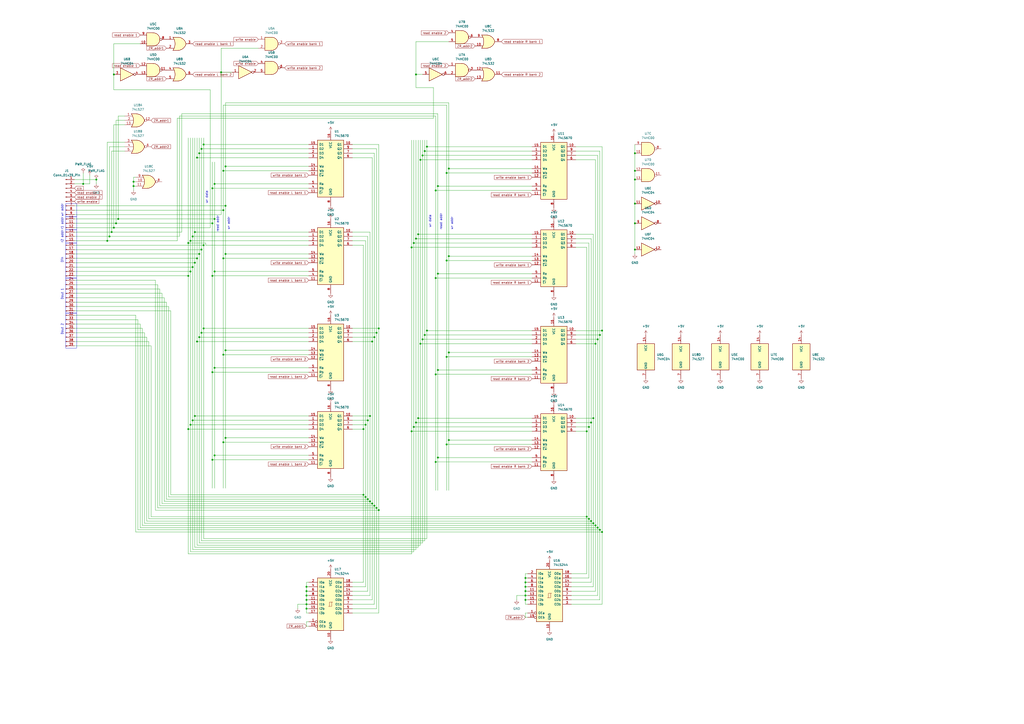
<source format=kicad_sch>
(kicad_sch (version 20230121) (generator eeschema)
  (paper "A2")
  (junction (at 342.9 245.11))
  (junction (at 345.44 304.8))
  (junction (at 113.03 241.3))
  (junction (at 215.9 198.12))
  (junction (at 177.8 350.52))
  (junction (at 129.54 99.06))
  (junction (at 110.49 246.38))
  (junction (at 346.71 306.07))
  (junction (at 238.76 250.19))
  (junction (at 342.9 302.26))
  (junction (at 368.3 118.11))
  (junction (at 68.58 127))
  (junction (at 252.73 110.49))
  (junction (at 260.35 204.47))
  (junction (at 241.3 245.11))
  (junction (at 129.54 149.86))
  (junction (at 123.19 215.9))
  (junction (at 252.73 217.17))
  (junction (at 177.8 345.44))
  (junction (at 212.09 288.29))
  (junction (at 116.84 193.04))
  (junction (at 123.19 160.02))
  (junction (at 64.77 134.62))
  (junction (at 212.09 246.38))
  (junction (at 123.19 109.22))
  (junction (at 115.57 195.58))
  (junction (at 252.73 267.97))
  (junction (at 218.44 193.04))
  (junction (at 124.46 106.68))
  (junction (at 210.82 287.02))
  (junction (at 66.04 43.18))
  (junction (at 48.26 106.68))
  (junction (at 340.36 250.19))
  (junction (at 114.3 91.44))
  (junction (at 259.08 257.81))
  (junction (at 111.76 243.84))
  (junction (at 219.71 190.5))
  (junction (at 304.8 345.44))
  (junction (at 247.65 191.77))
  (junction (at 113.03 152.4))
  (junction (at 110.49 157.48))
  (junction (at 304.8 342.9))
  (junction (at 62.23 139.7))
  (junction (at 67.31 129.54))
  (junction (at 254 158.75))
  (junction (at 246.38 194.31))
  (junction (at 115.57 147.32))
  (junction (at 113.03 134.62))
  (junction (at 245.11 196.85))
  (junction (at 55.88 104.14))
  (junction (at 109.22 248.92))
  (junction (at 243.84 92.71))
  (junction (at 116.84 86.36))
  (junction (at 304.8 340.36))
  (junction (at 123.19 129.54))
  (junction (at 77.47 105.41))
  (junction (at 344.17 303.53))
  (junction (at 344.17 242.57))
  (junction (at 109.22 140.97))
  (junction (at 347.98 307.34))
  (junction (at 254 265.43))
  (junction (at 254 214.63))
  (junction (at 368.3 99.06))
  (junction (at 241.3 43.18))
  (junction (at 213.36 243.84))
  (junction (at 304.8 335.28))
  (junction (at 210.82 248.92))
  (junction (at 243.84 199.39))
  (junction (at 247.65 85.09))
  (junction (at 111.76 137.16))
  (junction (at 177.8 342.9))
  (junction (at 368.3 129.54))
  (junction (at 345.44 199.39))
  (junction (at 217.17 293.37))
  (junction (at 341.63 247.65))
  (junction (at 129.54 256.54))
  (junction (at 118.11 83.82))
  (junction (at 241.3 138.43))
  (junction (at 214.63 290.83))
  (junction (at 260.35 97.79))
  (junction (at 115.57 88.9))
  (junction (at 124.46 264.16))
  (junction (at 130.81 203.2))
  (junction (at 118.11 142.24))
  (junction (at 245.11 90.17))
  (junction (at 242.57 135.89))
  (junction (at 77.47 107.95))
  (junction (at 246.38 87.63))
  (junction (at 130.81 254))
  (junction (at 252.73 161.29))
  (junction (at 130.81 147.32))
  (junction (at 240.03 140.97))
  (junction (at 215.9 292.1))
  (junction (at 129.54 205.74))
  (junction (at 240.03 247.65))
  (junction (at 110.49 139.7))
  (junction (at 304.8 347.98))
  (junction (at 349.25 191.77))
  (junction (at 341.63 300.99))
  (junction (at 124.46 213.36))
  (junction (at 123.19 266.7))
  (junction (at 260.35 255.27))
  (junction (at 304.8 337.82))
  (junction (at 368.3 88.9))
  (junction (at 349.25 308.61))
  (junction (at 346.71 196.85))
  (junction (at 340.36 299.72))
  (junction (at 128.27 41.91))
  (junction (at 254 107.95))
  (junction (at 130.81 119.38))
  (junction (at 177.8 353.06))
  (junction (at 217.17 195.58))
  (junction (at 368.3 144.78))
  (junction (at 242.57 242.57))
  (junction (at 218.44 294.64))
  (junction (at 347.98 194.31))
  (junction (at 111.76 154.94))
  (junction (at 219.71 295.91))
  (junction (at 259.08 151.13))
  (junction (at 124.46 157.48))
  (junction (at 259.08 100.33))
  (junction (at 259.08 207.01))
  (junction (at 63.5 137.16))
  (junction (at 66.04 132.08))
  (junction (at 238.76 143.51))
  (junction (at 109.22 160.02))
  (junction (at 118.11 190.5))
  (junction (at 116.84 144.78))
  (junction (at 213.36 289.56))
  (junction (at 129.54 121.92))
  (junction (at 124.46 127))
  (junction (at 177.8 340.36))
  (junction (at 177.8 347.98))
  (junction (at 114.3 149.86))
  (junction (at 130.81 96.52))
  (junction (at 368.3 104.14))
  (junction (at 214.63 241.3))
  (junction (at 260.35 148.59))
  (junction (at 114.3 198.12))
  (wire (pts (xy 368.3 129.54) (xy 368.3 144.78)))
  (wire (pts (xy 251.46 68.58) (xy 251.46 50.8)))
  (wire (pts (xy 43.18 195.58) (xy 85.09 195.58)))
  (wire (pts (xy 43.18 172.72) (xy 95.25 172.72)))
  (wire (pts (xy 114.3 80.01) (xy 114.3 91.44)))
  (wire (pts (xy 77.47 110.49) (xy 77.47 107.95)))
  (wire (pts (xy 217.17 88.9) (xy 217.17 195.58)))
  (wire (pts (xy 304.8 345.44) (xy 306.07 345.44)))
  (wire (pts (xy 43.18 142.24) (xy 118.11 142.24)))
  (wire (pts (xy 204.47 243.84) (xy 213.36 243.84)))
  (wire (pts (xy 87.63 200.66) (xy 43.18 200.66)))
  (wire (pts (xy 177.8 360.68) (xy 177.8 363.22)))
  (wire (pts (xy 368.3 104.14) (xy 368.3 118.11)))
  (wire (pts (xy 67.31 129.54) (xy 67.31 69.85)))
  (wire (pts (xy 243.84 199.39) (xy 243.84 316.23)))
  (wire (pts (xy 179.07 360.68) (xy 177.8 360.68)))
  (wire (pts (xy 77.47 107.95) (xy 78.74 107.95)))
  (wire (pts (xy 219.71 295.91) (xy 219.71 355.6)))
  (wire (pts (xy 331.47 345.44) (xy 346.71 345.44)))
  (wire (pts (xy 204.47 139.7) (xy 212.09 139.7)))
  (wire (pts (xy 334.01 196.85) (xy 346.71 196.85)))
  (wire (pts (xy 115.57 195.58) (xy 179.07 195.58)))
  (wire (pts (xy 340.36 299.72) (xy 87.63 299.72)))
  (wire (pts (xy 251.46 50.8) (xy 241.3 50.8)))
  (wire (pts (xy 304.8 350.52) (xy 304.8 347.98)))
  (wire (pts (xy 204.47 190.5) (xy 219.71 190.5)))
  (wire (pts (xy 247.65 85.09) (xy 247.65 191.77)))
  (wire (pts (xy 241.3 138.43) (xy 241.3 245.11)))
  (wire (pts (xy 118.11 142.24) (xy 118.11 190.5)))
  (wire (pts (xy 242.57 135.89) (xy 242.57 242.57)))
  (wire (pts (xy 43.18 185.42) (xy 80.01 185.42)))
  (wire (pts (xy 252.73 217.17) (xy 252.73 267.97)))
  (wire (pts (xy 124.46 264.16) (xy 179.07 264.16)))
  (wire (pts (xy 130.81 254) (xy 130.81 283.21)))
  (wire (pts (xy 304.8 342.9) (xy 304.8 340.36)))
  (wire (pts (xy 62.23 82.55) (xy 72.39 82.55)))
  (wire (pts (xy 109.22 248.92) (xy 179.07 248.92)))
  (wire (pts (xy 334.01 90.17) (xy 346.71 90.17)))
  (wire (pts (xy 304.8 335.28) (xy 304.8 332.74)))
  (wire (pts (xy 111.76 154.94) (xy 111.76 243.84)))
  (wire (pts (xy 80.01 185.42) (xy 80.01 307.34)))
  (wire (pts (xy 115.57 314.96) (xy 245.11 314.96)))
  (wire (pts (xy 241.3 24.13) (xy 260.35 24.13)))
  (wire (pts (xy 92.71 167.64) (xy 92.71 293.37)))
  (wire (pts (xy 111.76 243.84) (xy 179.07 243.84)))
  (wire (pts (xy 123.19 266.7) (xy 123.19 283.21)))
  (wire (pts (xy 260.35 148.59) (xy 308.61 148.59)))
  (wire (pts (xy 259.08 257.81) (xy 259.08 284.48)))
  (wire (pts (xy 177.8 345.44) (xy 177.8 342.9)))
  (wire (pts (xy 260.35 204.47) (xy 260.35 255.27)))
  (wire (pts (xy 85.09 195.58) (xy 85.09 302.26)))
  (wire (pts (xy 368.3 83.82) (xy 368.3 88.9)))
  (wire (pts (xy 77.47 105.41) (xy 77.47 102.87)))
  (wire (pts (xy 43.18 106.68) (xy 48.26 106.68)))
  (wire (pts (xy 118.11 190.5) (xy 118.11 312.42)))
  (wire (pts (xy 251.46 68.58) (xy 102.87 68.58)))
  (wire (pts (xy 218.44 86.36) (xy 218.44 193.04)))
  (wire (pts (xy 304.8 342.9) (xy 306.07 342.9)))
  (wire (pts (xy 179.07 106.68) (xy 124.46 106.68)))
  (wire (pts (xy 43.18 177.8) (xy 97.79 177.8)))
  (wire (pts (xy 331.47 337.82) (xy 342.9 337.82)))
  (wire (pts (xy 66.04 52.07) (xy 121.92 52.07)))
  (wire (pts (xy 349.25 85.09) (xy 349.25 191.77)))
  (wire (pts (xy 66.04 52.07) (xy 66.04 43.18)))
  (wire (pts (xy 78.74 308.61) (xy 349.25 308.61)))
  (wire (pts (xy 368.3 88.9) (xy 368.3 99.06)))
  (wire (pts (xy 304.8 355.6) (xy 304.8 358.14)))
  (wire (pts (xy 308.61 194.31) (xy 246.38 194.31)))
  (wire (pts (xy 304.8 358.14) (xy 306.07 358.14)))
  (wire (pts (xy 104.14 137.16) (xy 104.14 67.31)))
  (wire (pts (xy 179.07 99.06) (xy 129.54 99.06)))
  (wire (pts (xy 68.58 67.31) (xy 72.39 67.31)))
  (wire (pts (xy 77.47 105.41) (xy 78.74 105.41)))
  (wire (pts (xy 308.61 196.85) (xy 245.11 196.85)))
  (wire (pts (xy 308.61 151.13) (xy 259.08 151.13)))
  (wire (pts (xy 204.47 86.36) (xy 218.44 86.36)))
  (wire (pts (xy 341.63 247.65) (xy 341.63 300.99)))
  (wire (pts (xy 219.71 83.82) (xy 219.71 190.5)))
  (wire (pts (xy 204.47 350.52) (xy 217.17 350.52)))
  (wire (pts (xy 102.87 139.7) (xy 62.23 139.7)))
  (wire (pts (xy 219.71 295.91) (xy 90.17 295.91)))
  (wire (pts (xy 43.18 182.88) (xy 78.74 182.88)))
  (wire (pts (xy 177.8 342.9) (xy 179.07 342.9)))
  (wire (pts (xy 110.49 139.7) (xy 110.49 157.48)))
  (wire (pts (xy 179.07 193.04) (xy 116.84 193.04)))
  (wire (pts (xy 113.03 134.62) (xy 113.03 152.4)))
  (wire (pts (xy 93.98 170.18) (xy 93.98 292.1)))
  (wire (pts (xy 342.9 302.26) (xy 342.9 337.82)))
  (wire (pts (xy 368.3 118.11) (xy 368.3 129.54)))
  (wire (pts (xy 81.28 187.96) (xy 81.28 306.07)))
  (wire (pts (xy 43.18 175.26) (xy 96.52 175.26)))
  (wire (pts (xy 241.3 318.77) (xy 111.76 318.77)))
  (wire (pts (xy 304.8 340.36) (xy 306.07 340.36)))
  (wire (pts (xy 204.47 241.3) (xy 214.63 241.3)))
  (wire (pts (xy 306.07 350.52) (xy 304.8 350.52)))
  (wire (pts (xy 77.47 102.87) (xy 78.74 102.87)))
  (wire (pts (xy 130.81 59.69) (xy 260.35 59.69)))
  (wire (pts (xy 204.47 340.36) (xy 212.09 340.36)))
  (wire (pts (xy 110.49 139.7) (xy 179.07 139.7)))
  (wire (pts (xy 340.36 299.72) (xy 340.36 332.74)))
  (wire (pts (xy 78.74 182.88) (xy 78.74 308.61)))
  (wire (pts (xy 308.61 214.63) (xy 254 214.63)))
  (wire (pts (xy 52.07 101.6) (xy 52.07 106.68)))
  (wire (pts (xy 260.35 59.69) (xy 260.35 97.79)))
  (wire (pts (xy 113.03 241.3) (xy 179.07 241.3)))
  (wire (pts (xy 241.3 43.18) (xy 241.3 24.13)))
  (wire (pts (xy 66.04 72.39) (xy 72.39 72.39)))
  (wire (pts (xy 124.46 213.36) (xy 179.07 213.36)))
  (wire (pts (xy 116.84 86.36) (xy 179.07 86.36)))
  (wire (pts (xy 259.08 60.96) (xy 259.08 100.33)))
  (wire (pts (xy 345.44 304.8) (xy 82.55 304.8)))
  (wire (pts (xy 243.84 81.28) (xy 243.84 92.71)))
  (wire (pts (xy 123.19 215.9) (xy 123.19 266.7)))
  (wire (pts (xy 105.41 66.04) (xy 254 66.04)))
  (wire (pts (xy 119.38 142.24) (xy 119.38 140.97)))
  (wire (pts (xy 252.73 67.31) (xy 252.73 110.49)))
  (wire (pts (xy 128.27 27.94) (xy 149.86 27.94)))
  (wire (pts (xy 304.8 332.74) (xy 306.07 332.74)))
  (wire (pts (xy 129.54 149.86) (xy 129.54 205.74)))
  (wire (pts (xy 63.5 85.09) (xy 72.39 85.09)))
  (wire (pts (xy 179.07 149.86) (xy 129.54 149.86)))
  (wire (pts (xy 63.5 137.16) (xy 63.5 85.09)))
  (wire (pts (xy 260.35 97.79) (xy 308.61 97.79)))
  (wire (pts (xy 245.11 196.85) (xy 245.11 314.96)))
  (wire (pts (xy 129.54 99.06) (xy 129.54 121.92)))
  (wire (pts (xy 43.18 132.08) (xy 66.04 132.08)))
  (wire (pts (xy 105.41 134.62) (xy 105.41 66.04)))
  (wire (pts (xy 43.18 152.4) (xy 113.03 152.4)))
  (wire (pts (xy 331.47 350.52) (xy 349.25 350.52)))
  (wire (pts (xy 254 265.43) (xy 254 284.48)))
  (wire (pts (xy 43.18 119.38) (xy 130.81 119.38)))
  (wire (pts (xy 123.19 93.98) (xy 123.19 109.22)))
  (wire (pts (xy 245.11 90.17) (xy 245.11 196.85)))
  (wire (pts (xy 177.8 363.22) (xy 179.07 363.22)))
  (wire (pts (xy 177.8 337.82) (xy 179.07 337.82)))
  (wire (pts (xy 43.18 190.5) (xy 82.55 190.5)))
  (wire (pts (xy 308.61 265.43) (xy 254 265.43)))
  (wire (pts (xy 334.01 194.31) (xy 347.98 194.31)))
  (wire (pts (xy 124.46 264.16) (xy 124.46 283.21)))
  (wire (pts (xy 210.82 248.92) (xy 210.82 287.02)))
  (wire (pts (xy 346.71 90.17) (xy 346.71 196.85)))
  (wire (pts (xy 128.27 41.91) (xy 134.62 41.91)))
  (wire (pts (xy 179.07 160.02) (xy 123.19 160.02)))
  (wire (pts (xy 130.81 59.69) (xy 130.81 96.52)))
  (wire (pts (xy 123.19 109.22) (xy 123.19 129.54)))
  (wire (pts (xy 68.58 127) (xy 124.46 127)))
  (wire (pts (xy 331.47 332.74) (xy 340.36 332.74)))
  (wire (pts (xy 43.18 198.12) (xy 86.36 198.12)))
  (wire (pts (xy 177.8 340.36) (xy 177.8 337.82)))
  (wire (pts (xy 204.47 195.58) (xy 217.17 195.58)))
  (wire (pts (xy 213.36 289.56) (xy 213.36 342.9)))
  (wire (pts (xy 217.17 195.58) (xy 217.17 293.37)))
  (wire (pts (xy 218.44 353.06) (xy 204.47 353.06)))
  (wire (pts (xy 118.11 190.5) (xy 179.07 190.5)))
  (wire (pts (xy 240.03 247.65) (xy 240.03 320.04)))
  (wire (pts (xy 43.18 104.14) (xy 55.88 104.14)))
  (wire (pts (xy 118.11 312.42) (xy 247.65 312.42)))
  (wire (pts (xy 179.07 157.48) (xy 124.46 157.48)))
  (wire (pts (xy 111.76 137.16) (xy 111.76 154.94)))
  (wire (pts (xy 109.22 80.01) (xy 109.22 140.97)))
  (wire (pts (xy 204.47 134.62) (xy 214.63 134.62)))
  (wire (pts (xy 342.9 245.11) (xy 342.9 302.26)))
  (wire (pts (xy 341.63 300.99) (xy 341.63 335.28)))
  (wire (pts (xy 238.76 143.51) (xy 238.76 250.19)))
  (wire (pts (xy 334.01 143.51) (xy 340.36 143.51)))
  (wire (pts (xy 93.98 292.1) (xy 215.9 292.1)))
  (wire (pts (xy 345.44 199.39) (xy 345.44 304.8)))
  (wire (pts (xy 87.63 299.72) (xy 87.63 200.66)))
  (wire (pts (xy 259.08 151.13) (xy 259.08 207.01)))
  (wire (pts (xy 129.54 60.96) (xy 259.08 60.96)))
  (wire (pts (xy 96.52 289.56) (xy 96.52 175.26)))
  (wire (pts (xy 115.57 80.01) (xy 115.57 88.9)))
  (wire (pts (xy 242.57 242.57) (xy 308.61 242.57)))
  (wire (pts (xy 334.01 92.71) (xy 345.44 92.71)))
  (wire (pts (xy 240.03 81.28) (xy 240.03 140.97)))
  (wire (pts (xy 115.57 195.58) (xy 115.57 314.96)))
  (wire (pts (xy 90.17 295.91) (xy 90.17 162.56)))
  (wire (pts (xy 48.26 100.33) (xy 48.26 106.68)))
  (wire (pts (xy 304.8 340.36) (xy 304.8 337.82)))
  (wire (pts (xy 308.61 143.51) (xy 238.76 143.51)))
  (wire (pts (xy 114.3 198.12) (xy 179.07 198.12)))
  (wire (pts (xy 349.25 308.61) (xy 349.25 350.52)))
  (wire (pts (xy 130.81 147.32) (xy 130.81 203.2)))
  (wire (pts (xy 247.65 191.77) (xy 247.65 312.42)))
  (wire (pts (xy 308.61 250.19) (xy 238.76 250.19)))
  (wire (pts (xy 114.3 91.44) (xy 114.3 149.86)))
  (wire (pts (xy 246.38 87.63) (xy 246.38 194.31)))
  (wire (pts (xy 66.04 132.08) (xy 66.04 72.39)))
  (wire (pts (xy 204.47 142.24) (xy 210.82 142.24)))
  (wire (pts (xy 129.54 256.54) (xy 179.07 256.54)))
  (wire (pts (xy 214.63 241.3) (xy 214.63 290.83)))
  (wire (pts (xy 308.61 90.17) (xy 245.11 90.17)))
  (wire (pts (xy 114.3 149.86) (xy 43.18 149.86)))
  (wire (pts (xy 218.44 193.04) (xy 218.44 294.64)))
  (wire (pts (xy 204.47 83.82) (xy 219.71 83.82)))
  (wire (pts (xy 179.07 83.82) (xy 118.11 83.82)))
  (wire (pts (xy 110.49 80.01) (xy 110.49 139.7)))
  (wire (pts (xy 115.57 88.9) (xy 115.57 147.32)))
  (wire (pts (xy 368.3 144.78) (xy 368.3 147.32)))
  (wire (pts (xy 43.18 127) (xy 68.58 127)))
  (wire (pts (xy 63.5 137.16) (xy 104.14 137.16)))
  (wire (pts (xy 308.61 110.49) (xy 252.73 110.49)))
  (wire (pts (xy 308.61 207.01) (xy 259.08 207.01)))
  (wire (pts (xy 217.17 293.37) (xy 217.17 350.52)))
  (wire (pts (xy 95.25 172.72) (xy 95.25 290.83)))
  (wire (pts (xy 179.07 355.6) (xy 177.8 355.6)))
  (wire (pts (xy 124.46 93.98) (xy 124.46 106.68)))
  (wire (pts (xy 308.61 247.65) (xy 240.03 247.65)))
  (wire (pts (xy 43.18 170.18) (xy 93.98 170.18)))
  (wire (pts (xy 215.9 347.98) (xy 204.47 347.98)))
  (wire (pts (xy 238.76 250.19) (xy 238.76 321.31)))
  (wire (pts (xy 124.46 157.48) (xy 124.46 213.36)))
  (wire (pts (xy 111.76 243.84) (xy 111.76 318.77)))
  (wire (pts (xy 67.31 129.54) (xy 123.19 129.54)))
  (wire (pts (xy 304.8 347.98) (xy 304.8 345.44)))
  (wire (pts (xy 124.46 213.36) (xy 124.46 264.16)))
  (wire (pts (xy 242.57 81.28) (xy 242.57 135.89)))
  (wire (pts (xy 118.11 83.82) (xy 118.11 142.24)))
  (wire (pts (xy 82.55 190.5) (xy 82.55 304.8)))
  (wire (pts (xy 43.18 121.92) (xy 129.54 121.92)))
  (wire (pts (xy 308.61 107.95) (xy 254 107.95)))
  (wire (pts (xy 304.8 335.28) (xy 306.07 335.28)))
  (wire (pts (xy 43.18 187.96) (xy 81.28 187.96)))
  (wire (pts (xy 124.46 106.68) (xy 124.46 127)))
  (wire (pts (xy 110.49 320.04) (xy 240.03 320.04)))
  (wire (pts (xy 179.07 205.74) (xy 129.54 205.74)))
  (wire (pts (xy 212.09 139.7) (xy 212.09 246.38)))
  (wire (pts (xy 77.47 107.95) (xy 77.47 105.41)))
  (wire (pts (xy 241.3 245.11) (xy 241.3 318.77)))
  (wire (pts (xy 347.98 194.31) (xy 347.98 307.34)))
  (wire (pts (xy 241.3 50.8) (xy 241.3 43.18)))
  (wire (pts (xy 254 158.75) (xy 254 214.63)))
  (wire (pts (xy 215.9 91.44) (xy 215.9 198.12)))
  (wire (pts (xy 308.61 135.89) (xy 242.57 135.89)))
  (wire (pts (xy 113.03 317.5) (xy 242.57 317.5)))
  (wire (pts (xy 43.18 154.94) (xy 111.76 154.94)))
  (wire (pts (xy 308.61 140.97) (xy 240.03 140.97)))
  (wire (pts (xy 129.54 205.74) (xy 129.54 256.54)))
  (wire (pts (xy 113.03 134.62) (xy 179.07 134.62)))
  (wire (pts (xy 242.57 242.57) (xy 242.57 317.5)))
  (wire (pts (xy 179.07 96.52) (xy 130.81 96.52)))
  (wire (pts (xy 213.36 243.84) (xy 213.36 289.56)))
  (wire (pts (xy 308.61 267.97) (xy 252.73 267.97)))
  (wire (pts (xy 210.82 142.24) (xy 210.82 248.92)))
  (wire (pts (xy 213.36 137.16) (xy 213.36 243.84)))
  (wire (pts (xy 43.18 165.1) (xy 91.44 165.1)))
  (wire (pts (xy 102.87 68.58) (xy 102.87 139.7)))
  (wire (pts (xy 129.54 121.92) (xy 129.54 149.86)))
  (wire (pts (xy 308.61 100.33) (xy 259.08 100.33)))
  (wire (pts (xy 43.18 157.48) (xy 110.49 157.48)))
  (wire (pts (xy 43.18 144.78) (xy 116.84 144.78)))
  (wire (pts (xy 213.36 289.56) (xy 96.52 289.56)))
  (wire (pts (xy 213.36 342.9) (xy 204.47 342.9)))
  (wire (pts (xy 204.47 337.82) (xy 210.82 337.82)))
  (wire (pts (xy 308.61 85.09) (xy 247.65 85.09)))
  (wire (pts (xy 346.71 196.85) (xy 346.71 306.07)))
  (wire (pts (xy 113.03 152.4) (xy 113.03 241.3)))
  (wire (pts (xy 119.38 142.24) (xy 179.07 142.24)))
  (wire (pts (xy 92.71 293.37) (xy 217.17 293.37)))
  (wire (pts (xy 43.18 160.02) (xy 109.22 160.02)))
  (wire (pts (xy 344.17 242.57) (xy 344.17 303.53)))
  (wire (pts (xy 334.01 85.09) (xy 349.25 85.09)))
  (wire (pts (xy 304.8 347.98) (xy 306.07 347.98)))
  (wire (pts (xy 124.46 127) (xy 124.46 157.48)))
  (wire (pts (xy 123.19 129.54) (xy 123.19 160.02)))
  (wire (pts (xy 204.47 88.9) (xy 217.17 88.9)))
  (wire (pts (xy 121.92 52.07) (xy 121.92 132.08)))
  (wire (pts (xy 238.76 81.28) (xy 238.76 143.51)))
  (wire (pts (xy 62.23 139.7) (xy 62.23 82.55)))
  (wire (pts (xy 304.8 337.82) (xy 306.07 337.82)))
  (wire (pts (xy 123.19 160.02) (xy 123.19 215.9)))
  (wire (pts (xy 304.8 345.44) (xy 299.72 345.44)))
  (wire (pts (xy 334.01 250.19) (xy 340.36 250.19)))
  (wire (pts (xy 345.44 92.71) (xy 345.44 199.39)))
  (wire (pts (xy 204.47 246.38) (xy 212.09 246.38)))
  (wire (pts (xy 219.71 355.6) (xy 204.47 355.6)))
  (wire (pts (xy 304.8 337.82) (xy 304.8 335.28)))
  (wire (pts (xy 86.36 300.99) (xy 341.63 300.99)))
  (wire (pts (xy 219.71 190.5) (xy 219.71 295.91)))
  (wire (pts (xy 99.06 287.02) (xy 99.06 180.34)))
  (wire (pts (xy 347.98 87.63) (xy 347.98 194.31)))
  (wire (pts (xy 177.8 347.98) (xy 179.07 347.98)))
  (wire (pts (xy 110.49 157.48) (xy 110.49 246.38)))
  (wire (pts (xy 179.07 147.32) (xy 130.81 147.32)))
  (wire (pts (xy 245.11 81.28) (xy 245.11 90.17)))
  (wire (pts (xy 299.72 345.44) (xy 299.72 347.98)))
  (wire (pts (xy 252.73 110.49) (xy 252.73 161.29)))
  (wire (pts (xy 91.44 294.64) (xy 218.44 294.64)))
  (wire (pts (xy 116.84 80.01) (xy 116.84 86.36)))
  (wire (pts (xy 254 107.95) (xy 254 158.75)))
  (wire (pts (xy 67.31 69.85) (xy 72.39 69.85)))
  (wire (pts (xy 55.88 104.14) (xy 55.88 106.68)))
  (wire (pts (xy 83.82 303.53) (xy 344.17 303.53)))
  (wire (pts (xy 334.01 87.63) (xy 347.98 87.63)))
  (wire (pts (xy 113.03 241.3) (xy 113.03 317.5)))
  (wire (pts (xy 308.61 158.75) (xy 254 158.75)))
  (wire (pts (xy 118.11 80.01) (xy 118.11 83.82)))
  (wire (pts (xy 334.01 199.39) (xy 345.44 199.39)))
  (wire (pts (xy 344.17 303.53) (xy 344.17 340.36)))
  (wire (pts (xy 114.3 198.12) (xy 114.3 316.23)))
  (wire (pts (xy 218.44 294.64) (xy 218.44 353.06)))
  (wire (pts (xy 204.47 248.92) (xy 210.82 248.92)))
  (wire (pts (xy 116.84 86.36) (xy 116.84 144.78)))
  (wire (pts (xy 177.8 355.6) (xy 177.8 353.06)))
  (wire (pts (xy 368.3 99.06) (xy 368.3 104.14)))
  (wire (pts (xy 130.81 203.2) (xy 179.07 203.2)))
  (wire (pts (xy 334.01 135.89) (xy 344.17 135.89)))
  (wire (pts (xy 308.61 204.47) (xy 260.35 204.47)))
  (wire (pts (xy 177.8 350.52) (xy 177.8 347.98)))
  (wire (pts (xy 43.18 134.62) (xy 64.77 134.62)))
  (wire (pts (xy 177.8 353.06) (xy 179.07 353.06)))
  (wire (pts (xy 62.23 139.7) (xy 43.18 139.7)))
  (wire (pts (xy 342.9 138.43) (xy 342.9 245.11)))
  (wire (pts (xy 177.8 345.44) (xy 179.07 345.44)))
  (wire (pts (xy 344.17 135.89) (xy 344.17 242.57)))
  (wire (pts (xy 334.01 138.43) (xy 342.9 138.43)))
  (wire (pts (xy 259.08 100.33) (xy 259.08 151.13)))
  (wire (pts (xy 114.3 149.86) (xy 114.3 198.12)))
  (wire (pts (xy 308.61 87.63) (xy 246.38 87.63)))
  (wire (pts (xy 349.25 191.77) (xy 349.25 308.61)))
  (wire (pts (xy 308.61 191.77) (xy 247.65 191.77)))
  (wire (pts (xy 109.22 248.92) (xy 109.22 321.31)))
  (wire (pts (xy 43.18 167.64) (xy 92.71 167.64)))
  (wire (pts (xy 210.82 287.02) (xy 210.82 337.82)))
  (wire (pts (xy 86.36 198.12) (xy 86.36 300.99)))
  (wire (pts (xy 130.81 203.2) (xy 130.81 254)))
  (wire (pts (xy 241.3 43.18) (xy 245.11 43.18)))
  (wire (pts (xy 43.18 147.32) (xy 115.57 147.32)))
  (wire (pts (xy 334.01 247.65) (xy 341.63 247.65)))
  (wire (pts (xy 247.65 81.28) (xy 247.65 85.09)))
  (wire (pts (xy 243.84 316.23) (xy 114.3 316.23)))
  (wire (pts (xy 64.77 134.62) (xy 64.77 87.63)))
  (wire (pts (xy 246.38 194.31) (xy 246.38 313.69)))
  (wire (pts (xy 172.72 350.52) (xy 172.72 353.06)))
  (wire (pts (xy 110.49 246.38) (xy 179.07 246.38)))
  (wire (pts (xy 246.38 81.28) (xy 246.38 87.63)))
  (wire (pts (xy 43.18 137.16) (xy 63.5 137.16)))
  (wire (pts (xy 238.76 321.31) (xy 109.22 321.31)))
  (wire (pts (xy 177.8 353.06) (xy 177.8 350.52)))
  (wire (pts (xy 331.47 347.98) (xy 347.98 347.98)))
  (wire (pts (xy 90.17 162.56) (xy 43.18 162.56)))
  (wire (pts (xy 177.8 350.52) (xy 179.07 350.52)))
  (wire (pts (xy 43.18 193.04) (xy 83.82 193.04)))
  (wire (pts (xy 214.63 345.44) (xy 204.47 345.44)))
  (wire (pts (xy 130.81 254) (xy 179.07 254)))
  (wire (pts (xy 204.47 91.44) (xy 215.9 91.44)))
  (wire (pts (xy 306.07 355.6) (xy 304.8 355.6)))
  (wire (pts (xy 331.47 340.36) (xy 344.17 340.36)))
  (wire (pts (xy 340.36 250.19) (xy 340.36 299.72)))
  (wire (pts (xy 204.47 198.12) (xy 215.9 198.12)))
  (wire (pts (xy 252.73 267.97) (xy 252.73 284.48)))
  (wire (pts (xy 347.98 307.34) (xy 347.98 347.98)))
  (wire (pts (xy 64.77 134.62) (xy 105.41 134.62)))
  (wire (pts (xy 68.58 127) (xy 68.58 67.31)))
  (wire (pts (xy 119.38 140.97) (xy 109.22 140.97)))
  (wire (pts (xy 66.04 43.18) (xy 66.04 25.4)))
  (wire (pts (xy 259.08 207.01) (xy 259.08 257.81)))
  (wire (pts (xy 260.35 97.79) (xy 260.35 148.59)))
  (wire (pts (xy 240.03 140.97) (xy 240.03 247.65)))
  (wire (pts (xy 308.61 138.43) (xy 241.3 138.43)))
  (wire (pts (xy 331.47 335.28) (xy 341.63 335.28)))
  (wire (pts (xy 113.03 80.01) (xy 113.03 134.62)))
  (wire (pts (xy 308.61 161.29) (xy 252.73 161.29)))
  (wire (pts (xy 308.61 257.81) (xy 259.08 257.81)))
  (wire (pts (xy 254 66.04) (xy 254 107.95)))
  (wire (pts (xy 308.61 199.39) (xy 243.84 199.39)))
  (wire (pts (xy 128.27 27.94) (xy 128.27 41.91)))
  (wire (pts (xy 308.61 217.17) (xy 252.73 217.17)))
  (wire (pts (xy 212.09 288.29) (xy 212.09 340.36)))
  (wire (pts (xy 252.73 161.29) (xy 252.73 217.17)))
  (wire (pts (xy 204.47 137.16) (xy 213.36 137.16)))
  (wire (pts (xy 115.57 88.9) (xy 179.07 88.9)))
  (wire (pts (xy 179.07 109.22) (xy 123.19 109.22)))
  (wire (pts (xy 340.36 143.51) (xy 340.36 250.19)))
  (wire (pts (xy 48.26 106.68) (xy 52.07 106.68)))
  (wire (pts (xy 116.84 193.04) (xy 116.84 313.69)))
  (wire (pts (xy 129.54 256.54) (xy 129.54 283.21)))
  (wire (pts (xy 308.61 255.27) (xy 260.35 255.27)))
  (wire (pts (xy 214.63 134.62) (xy 214.63 241.3)))
  (wire (pts (xy 97.79 177.8) (xy 97.79 288.29)))
  (wire (pts (xy 334.01 242.57) (xy 344.17 242.57)))
  (wire (pts (xy 254 214.63) (xy 254 265.43)))
  (wire (pts (xy 334.01 245.11) (xy 342.9 245.11)))
  (wire (pts (xy 66.04 132.08) (xy 121.92 132.08)))
  (wire (pts (xy 345.44 304.8) (xy 345.44 342.9)))
  (wire (pts (xy 81.28 306.07) (xy 346.71 306.07)))
  (wire (pts (xy 212.09 246.38) (xy 212.09 288.29)))
  (wire (pts (xy 110.49 246.38) (xy 110.49 320.04)))
  (wire (pts (xy 308.61 245.11) (xy 241.3 245.11)))
  (wire (pts (xy 104.14 67.31) (xy 252.73 67.31)))
  (wire (pts (xy 260.35 255.27) (xy 260.35 284.48)))
  (wire (pts (xy 341.63 140.97) (xy 341.63 247.65)))
  (wire (pts (xy 177.8 340.36) (xy 179.07 340.36)))
  (wire (pts (xy 342.9 302.26) (xy 85.09 302.26)))
  (wire (pts (xy 109.22 160.02) (xy 109.22 248.92)))
  (wire (pts (xy 129.54 60.96) (xy 129.54 99.06)))
  (wire (pts (xy 130.81 96.52) (xy 130.81 119.38)))
  (wire (pts (xy 43.18 124.46) (xy 128.27 124.46)))
  (wire (pts (xy 334.01 140.97) (xy 341.63 140.97)))
  (wire (pts (xy 66.04 25.4) (xy 81.28 25.4)))
  (wire (pts (xy 204.47 193.04) (xy 218.44 193.04)))
  (wire (pts (xy 241.3 81.28) (xy 241.3 138.43)))
  (wire (pts (xy 99.06 180.34) (xy 43.18 180.34)))
  (wire (pts (xy 177.8 350.52) (xy 172.72 350.52)))
  (wire (pts (xy 215.9 198.12) (xy 215.9 292.1)))
  (wire (pts (xy 210.82 287.02) (xy 99.06 287.02)))
  (wire (pts (xy 243.84 92.71) (xy 243.84 199.39)))
  (wire (pts (xy 91.44 165.1) (xy 91.44 294.64)))
  (wire (pts (xy 177.8 347.98) (xy 177.8 345.44)))
  (wire (pts (xy 80.01 307.34) (xy 347.98 307.34)))
  (wire (pts (xy 83.82 193.04) (xy 83.82 303.53)))
  (wire (pts (xy 177.8 342.9) (xy 177.8 340.36)))
  (wire (pts (xy 43.18 129.54) (xy 67.31 129.54)))
  (wire (pts (xy 111.76 80.01) (xy 111.76 137.16)))
  (wire (pts (xy 64.77 87.63) (xy 72.39 87.63)))
  (wire (pts (xy 123.19 215.9) (xy 179.07 215.9)))
  (wire (pts (xy 130.81 119.38) (xy 130.81 147.32)))
  (wire (pts (xy 123.19 266.7) (xy 179.07 266.7)))
  (wire (pts (xy 346.71 306.07) (xy 346.71 345.44)))
  (wire (pts (xy 109.22 140.97) (xy 109.22 160.02)))
  (wire (pts (xy 215.9 292.1) (xy 215.9 347.98)))
  (wire (pts (xy 115.57 147.32) (xy 115.57 195.58)))
  (wire (pts (xy 128.27 41.91) (xy 128.27 124.46)))
  (wire (pts (xy 260.35 148.59) (xy 260.35 204.47)))
  (wire (pts (xy 179.07 137.16) (xy 111.76 137.16)))
  (wire (pts (xy 334.01 191.77) (xy 349.25 191.77)))
  (wire (pts (xy 97.79 288.29) (xy 212.09 288.29)))
  (wire (pts (xy 308.61 92.71) (xy 243.84 92.71)))
  (wire (pts (xy 246.38 313.69) (xy 116.84 313.69)))
  (wire (pts (xy 95.25 290.83) (xy 214.63 290.83)))
  (wire (pts (xy 179.07 91.44) (xy 114.3 91.44)))
  (wire (pts (xy 214.63 290.83) (xy 214.63 345.44)))
  (wire (pts (xy 116.84 144.78) (xy 116.84 193.04)))
  (wire (pts (xy 331.47 342.9) (xy 345.44 342.9)))
  (wire (pts (xy 304.8 345.44) (xy 304.8 342.9)))
  (rectangle (start 38.1 181.61) (end 44.45 201.93))
  (rectangle (start 38.1 118.11) (end 44.45 125.73))
  (rectangle (start 38.1 133.35) (end 44.45 140.97))
  (rectangle (start 38.1 125.73) (end 44.45 133.35))
  (rectangle (start 38.1 161.29) (end 44.45 181.61))
  (rectangle (start 38.1 140.97) (end 44.45 161.29))
  (text "Dout 1" (at 36.83 173.99 90) (effects (font (size 1.27 1.27)) (justify left bottom)))
  (text "Din\n" (at 36.83 152.4 90) (effects (font (size 1.27 1.27)) (justify left bottom)))
  (text "Dout 2" (at 36.83 194.31 90) (effects (font (size 1.27 1.27)) (justify left bottom)))
  (text "read addr" (at 127 134.62 90) (effects (font (size 1.27 1.27)) (justify left bottom)))
  (text "wr addr" (at 262.89 133.35 90) (effects (font (size 1.27 1.27)) (justify left bottom)))
  (text "wr addr" (at 133.35 133.35 90) (effects (font (size 1.27 1.27)) (justify left bottom)))
  (text "r2 addr" (at 36.83 140.97 90) (effects (font (size 1.27 1.27)) (justify left bottom)))
  (text "wr data" (at 250.19 132.08 90) (effects (font (size 1.27 1.27)) (justify left bottom)))
  (text "r1 addr" (at 36.83 133.35 90) (effects (font (size 1.27 1.27)) (justify left bottom)))
  (text "wr addr" (at 36.83 125.73 90) (effects (font (size 1.27 1.27)) (justify left bottom)))
  (text "read addr" (at 256.54 133.35 90) (effects (font (size 1.27 1.27)) (justify left bottom)))
  (text "wr data" (at 120.65 118.11 90) (effects (font (size 1.27 1.27)) (justify left bottom)))
  (global_label "ZR_addr2" (shape input) (at 304.8 358.14 180) (property "Intersheetrefs" "${INTERSHEET_REFS}" (effects hide)))
  (global_label "ZR_addr1" (shape input) (at 87.63 69.85 0) (property "Intersheetrefs" "${INTERSHEET_REFS}" (effects hide)))
  (global_label "read enable R bank 2" (shape input) (at 308.61 219.71 180) (property "Intersheetrefs" "${INTERSHEET_REFS}" (effects hide)))
  (global_label "write enable" (shape input) (at 149.86 22.86 180) (property "Intersheetrefs" "${INTERSHEET_REFS}" (effects hide)))
  (global_label "read enable L bank 2" (shape input) (at 111.76 43.18 0) (property "Intersheetrefs" "${INTERSHEET_REFS}" (effects hide)))
  (global_label "write enable bank 2" (shape input) (at 179.07 208.28 180) (property "Intersheetrefs" "${INTERSHEET_REFS}" (effects hide)))
  (global_label "read enable R bank 2" (shape input) (at 308.61 270.51 180) (property "Intersheetrefs" "${INTERSHEET_REFS}" (effects hide)))
  (global_label "write enable bank 1" (shape input) (at 308.61 102.87 180) (property "Intersheetrefs" "${INTERSHEET_REFS}" (effects hide)))
  (global_label "ZR_addr1" (shape input) (at 96.52 27.94 180) (property "Intersheetrefs" "${INTERSHEET_REFS}" (effects hide)))
  (global_label "read enable 1" (shape input) (at 43.18 111.76 0) (property "Intersheetrefs" "${INTERSHEET_REFS}" (effects hide)))
  (global_label "read enable R bank 1" (shape input) (at 290.83 24.13 0) (property "Intersheetrefs" "${INTERSHEET_REFS}" (effects hide)))
  (global_label "read enable 1" (shape input) (at 81.28 20.32 180) (property "Intersheetrefs" "${INTERSHEET_REFS}" (effects hide)))
  (global_label "clk" (shape input) (at 43.18 109.22 0) (property "Intersheetrefs" "${INTERSHEET_REFS}" (effects hide)))
  (global_label "read enable 2" (shape input) (at 260.35 38.1 180) (property "Intersheetrefs" "${INTERSHEET_REFS}" (effects hide)))
  (global_label "write enable bank 2" (shape input) (at 308.61 209.55 180) (property "Intersheetrefs" "${INTERSHEET_REFS}" (effects hide)))
  (global_label "write enable bank 1" (shape input) (at 179.07 152.4 180) (property "Intersheetrefs" "${INTERSHEET_REFS}" (effects hide)))
  (global_label "ZR_addr1" (shape input) (at 177.8 363.22 180) (property "Intersheetrefs" "${INTERSHEET_REFS}" (effects hide)))
  (global_label "write enable bank 2" (shape input) (at 308.61 260.35 180) (property "Intersheetrefs" "${INTERSHEET_REFS}" (effects hide)))
  (global_label "write enable bank 2" (shape input) (at 165.1 39.37 0) (property "Intersheetrefs" "${INTERSHEET_REFS}" (effects hide)))
  (global_label "read enable R bank 1" (shape input) (at 308.61 163.83 180) (property "Intersheetrefs" "${INTERSHEET_REFS}" (effects hide)))
  (global_label "read enable L bank 1" (shape input) (at 111.76 25.4 0) (property "Intersheetrefs" "${INTERSHEET_REFS}" (effects hide)))
  (global_label "read enable L bank 1" (shape input) (at 179.07 162.56 180) (property "Intersheetrefs" "${INTERSHEET_REFS}" (effects hide)))
  (global_label "ZR_addr2" (shape input) (at 87.63 85.09 0) (property "Intersheetrefs" "${INTERSHEET_REFS}" (effects hide)))
  (global_label "read enable R bank 2" (shape input) (at 290.83 43.18 0) (property "Intersheetrefs" "${INTERSHEET_REFS}" (effects hide)))
  (global_label "ZR_addr2" (shape input) (at 275.59 45.72 180) (property "Intersheetrefs" "${INTERSHEET_REFS}" (effects hide)))
  (global_label "ZR_addr2" (shape input) (at 275.59 26.67 180) (property "Intersheetrefs" "${INTERSHEET_REFS}" (effects hide)))
  (global_label "read enable 2" (shape input) (at 43.18 114.3 0) (property "Intersheetrefs" "${INTERSHEET_REFS}" (effects hide)))
  (global_label "read enable L bank 2" (shape input) (at 179.07 269.24 180) (property "Intersheetrefs" "${INTERSHEET_REFS}" (effects hide)))
  (global_label "read enable 1" (shape input) (at 81.28 38.1 180) (property "Intersheetrefs" "${INTERSHEET_REFS}" (effects hide)))
  (global_label "read enable L bank 2" (shape input) (at 179.07 218.44 180) (property "Intersheetrefs" "${INTERSHEET_REFS}" (effects hide)))
  (global_label "read enable R bank 1" (shape input) (at 308.61 113.03 180) (property "Intersheetrefs" "${INTERSHEET_REFS}" (effects hide)))
  (global_label "ZR_addr1" (shape input) (at 96.52 45.72 180) (property "Intersheetrefs" "${INTERSHEET_REFS}" (effects hide)))
  (global_label "write enable bank 1" (shape input) (at 179.07 101.6 180) (property "Intersheetrefs" "${INTERSHEET_REFS}" (effects hide)))
  (global_label "write enable bank 1" (shape input) (at 308.61 153.67 180) (property "Intersheetrefs" "${INTERSHEET_REFS}" (effects hide)))
  (global_label "write enable" (shape input) (at 149.86 36.83 180) (property "Intersheetrefs" "${INTERSHEET_REFS}" (effects hide)))
  (global_label "read enable 2" (shape input) (at 260.35 19.05 180) (property "Intersheetrefs" "${INTERSHEET_REFS}" (effects hide)))
  (global_label "write enable bank 2" (shape input) (at 179.07 259.08 180) (property "Intersheetrefs" "${INTERSHEET_REFS}" (effects hide)))
  (global_label "write enable bank 1" (shape input) (at 165.1 25.4 0) (property "Intersheetrefs" "${INTERSHEET_REFS}" (effects hide)))
  (global_label "read enable L bank 1" (shape input) (at 179.07 111.76 180) (property "Intersheetrefs" "${INTERSHEET_REFS}" (effects hide)))
  (global_label "write enable" (shape input) (at 43.18 116.84 0) (property "Intersheetrefs" "${INTERSHEET_REFS}" (effects hide)))
  (symbol (lib_id "74xx:74HC00") (at 267.97 21.59 0) (unit 2)
    (property "Reference" "U7" (at 267.9617 12.7 0))
    (property "Value" "74HC00" (at 267.9617 15.24 0))
    (property "Footprint" "Package_DIP:DIP-14_W7.62mm" (effects hide))
    (property "Datasheet" "http://www.ti.com/lit/gpn/sn74hc00" (effects hide))
  )
  (symbol (lib_id "power:GND") (at 318.77 365.76 0) (unit 1)
    (property "Reference" "#PWR035" (effects hide))
    (property "Value" "GND" (at 318.77 370.84 0))
  )
  (symbol (lib_id "74xx:74LS32") (at 283.21 24.13 0) (unit 3)
    (property "Reference" "U8" (at 283.21 15.24 0))
    (property "Value" "74LS32" (at 283.21 17.78 0))
    (property "Footprint" "Package_DIP:DIP-14_W7.62mm" (effects hide))
    (property "Datasheet" "http://www.ti.com/lit/gpn/sn74LS32" (effects hide))
  )
  (symbol (lib_id "power:GND") (at 321.31 120.65 0) (unit 1)
    (property "Reference" "#PWR012" (effects hide))
    (property "Value" "GND" (at 321.31 125.73 0))
  )
  (symbol (lib_id "74xx:74HC04") (at 142.24 41.91 0) (unit 1)
    (property "Reference" "U6" (at 142.24 33.02 0))
    (property "Value" "74HC04" (at 142.24 35.56 0))
    (property "Footprint" "Package_DIP:DIP-14_W7.62mm" (effects hide))
    (property "Datasheet" "https://assets.nexperia.com/documents/data-sheet/74HC_HCT04.pdf" (effects hide))
  )
  (symbol (lib_id "74xx:74LS27") (at 80.01 69.85 0) (unit 1)
    (property "Reference" "U18" (at 80.01 60.96 0))
    (property "Value" "74LS27" (at 80.01 63.5 0))
    (property "Footprint" "Package_DIP:DIP-14_W7.62mm" (effects hide))
    (property "Datasheet" "http://www.ti.com/lit/gpn/sn74LS27" (effects hide))
  )
  (symbol (lib_id "74xx:74LS670") (at 321.31 204.47 0) (unit 1)
    (property "Reference" "U13" (at 323.5041 184.15 0) (effects (justify left)))
    (property "Value" "74LS670" (at 323.5041 186.69 0) (effects (justify left)))
    (property "Footprint" "Package_DIP:DIP-16_W7.62mm" (effects hide))
    (property "Datasheet" "http://www.ti.com/lit/gpn/sn74LS670" (effects hide))
  )
  (symbol (lib_id "74xx:74HC04") (at 375.92 129.54 0) (unit 4)
    (property "Reference" "U6" (at 375.92 120.65 0))
    (property "Value" "74HC04" (at 375.92 123.19 0))
    (property "Footprint" "Package_DIP:DIP-14_W7.62mm" (effects hide))
    (property "Datasheet" "https://assets.nexperia.com/documents/data-sheet/74HC_HCT04.pdf" (effects hide))
  )
  (symbol (lib_id "74xx:74HC04") (at 374.65 207.01 0) (unit 7)
    (property "Reference" "U6" (at 381 205.74 0) (effects (justify left)))
    (property "Value" "74HC04" (at 381 208.28 0) (effects (justify left)))
    (property "Footprint" "Package_DIP:DIP-14_W7.62mm" (effects hide))
    (property "Datasheet" "https://assets.nexperia.com/documents/data-sheet/74HC_HCT04.pdf" (effects hide))
  )
  (symbol (lib_id "74xx:74LS32") (at 283.21 43.18 0) (unit 4)
    (property "Reference" "U8" (at 283.21 34.29 0))
    (property "Value" "74LS32" (at 283.21 36.83 0))
    (property "Footprint" "Package_DIP:DIP-14_W7.62mm" (effects hide))
    (property "Datasheet" "http://www.ti.com/lit/gpn/sn74LS32" (effects hide))
  )
  (symbol (lib_id "power:+5V") (at 321.31 234.95 0) (unit 1)
    (property "Reference" "#PWR017" (effects hide))
    (property "Value" "+5V" (at 321.31 229.87 0))
  )
  (symbol (lib_id "power:GND") (at 77.47 110.49 0) (unit 1)
    (property "Reference" "#PWR027" (effects hide))
    (property "Value" "GND" (at 77.47 115.57 0))
  )
  (symbol (lib_id "74xx:74HC00") (at 267.97 40.64 0) (unit 1)
    (property "Reference" "U7" (at 267.9617 31.75 0))
    (property "Value" "74HC00" (at 267.9617 34.29 0))
    (property "Footprint" "Package_DIP:DIP-14_W7.62mm" (effects hide))
    (property "Datasheet" "http://www.ti.com/lit/gpn/sn74hc00" (effects hide))
  )
  (symbol (lib_id "power:GND") (at 394.97 219.71 0) (unit 1)
    (property "Reference" "#PWR041" (effects hide))
    (property "Value" "GND" (at 394.97 224.79 0))
  )
  (symbol (lib_id "power:GND") (at 172.72 353.06 0) (unit 1)
    (property "Reference" "#PWR037" (effects hide))
    (property "Value" "GND" (at 172.72 358.14 0))
  )
  (symbol (lib_id "power:+5V") (at 52.07 101.6 0) (unit 1)
    (property "Reference" "#PWR010" (effects hide))
    (property "Value" "+5V" (at 52.07 96.52 0))
  )
  (symbol (lib_id "74xx:74HC00") (at 88.9 40.64 0) (unit 4)
    (property "Reference" "U5" (at 88.8917 31.75 0))
    (property "Value" "74HC00" (at 88.8917 34.29 0))
    (property "Footprint" "Package_DIP:DIP-14_W7.62mm" (effects hide))
    (property "Datasheet" "http://www.ti.com/lit/gpn/sn74hc00" (effects hide))
  )
  (symbol (lib_id "power:+5V") (at 321.31 77.47 0) (unit 1)
    (property "Reference" "#PWR011" (effects hide))
    (property "Value" "+5V" (at 321.31 72.39 0))
  )
  (symbol (lib_id "74xx:74LS670") (at 191.77 254 0) (unit 1)
    (property "Reference" "U4" (at 193.9641 233.68 0) (effects (justify left)))
    (property "Value" "74LS670" (at 193.9641 236.22 0) (effects (justify left)))
    (property "Footprint" "Package_DIP:DIP-16_W7.62mm" (effects hide))
    (property "Datasheet" "http://www.ti.com/lit/gpn/sn74LS670" (effects hide))
  )
  (symbol (lib_id "power:GND") (at 374.65 219.71 0) (unit 1)
    (property "Reference" "#PWR024" (effects hide))
    (property "Value" "GND" (at 374.65 224.79 0))
  )
  (symbol (lib_id "74xx:74LS27") (at 394.97 207.01 0) (unit 4)
    (property "Reference" "U18" (at 401.32 205.74 0) (effects (justify left)))
    (property "Value" "74LS27" (at 401.32 208.28 0) (effects (justify left)))
    (property "Footprint" "Package_DIP:DIP-14_W7.62mm" (effects hide))
    (property "Datasheet" "http://www.ti.com/lit/gpn/sn74LS27" (effects hide))
  )
  (symbol (lib_id "Connector:Conn_01x39_Pin") (at 38.1 152.4 0) (unit 1)
    (property "Reference" "J1" (at 38.735 99.06 0))
    (property "Value" "Conn_01x39_Pin" (at 38.735 101.6 0))
    (property "Footprint" "Connector_PinHeader_2.54mm:PinHeader_1x39_P2.54mm_Horizontal" (effects hide))
  )
  (symbol (lib_id "power:GND") (at 191.77 370.84 0) (unit 1)
    (property "Reference" "#PWR039" (effects hide))
    (property "Value" "GND" (at 191.77 375.92 0))
  )
  (symbol (lib_id "power:GND") (at 191.77 276.86 0) (unit 1)
    (property "Reference" "#PWR08" (effects hide))
    (property "Value" "GND" (at 191.77 281.94 0))
  )
  (symbol (lib_id "74xx:74LS32") (at 104.14 43.18 0) (unit 2)
    (property "Reference" "U8" (at 104.14 34.29 0))
    (property "Value" "74LS32" (at 104.14 36.83 0))
    (property "Footprint" "Package_DIP:DIP-14_W7.62mm" (effects hide))
    (property "Datasheet" "http://www.ti.com/lit/gpn/sn74LS32" (effects hide))
  )
  (symbol (lib_id "power:GND") (at 321.31 171.45 0) (unit 1)
    (property "Reference" "#PWR014" (effects hide))
    (property "Value" "GND" (at 321.31 176.53 0))
  )
  (symbol (lib_id "74xx:74LS32") (at 104.14 25.4 0) (unit 1)
    (property "Reference" "U8" (at 104.14 16.51 0))
    (property "Value" "74LS32" (at 104.14 19.05 0))
    (property "Footprint" "Package_DIP:DIP-14_W7.62mm" (effects hide))
    (property "Datasheet" "http://www.ti.com/lit/gpn/sn74LS32" (effects hide))
  )
  (symbol (lib_id "power:+5V") (at 191.77 182.88 0) (unit 1)
    (property "Reference" "#PWR05" (effects hide))
    (property "Value" "+5V" (at 191.77 177.8 0))
  )
  (symbol (lib_id "74xx:74LS670") (at 191.77 96.52 0) (unit 1)
    (property "Reference" "U1" (at 193.9641 76.2 0) (effects (justify left)))
    (property "Value" "74LS670" (at 193.9641 78.74 0) (effects (justify left)))
    (property "Footprint" "Package_DIP:DIP-16_W7.62mm" (effects hide))
    (property "Datasheet" "http://www.ti.com/lit/gpn/sn74LS670" (effects hide))
  )
  (symbol (lib_id "74xx:74HC00") (at 417.83 207.01 0) (unit 5)
    (property "Reference" "U5" (at 424.18 205.74 0) (effects (justify left)))
    (property "Value" "74HC00" (at 424.18 208.28 0) (effects (justify left)))
    (property "Footprint" "Package_DIP:DIP-14_W7.62mm" (effects hide))
    (property "Datasheet" "http://www.ti.com/lit/gpn/sn74hc00" (effects hide))
  )
  (symbol (lib_id "power:+5V") (at 318.77 325.12 0) (unit 1)
    (property "Reference" "#PWR036" (effects hide))
    (property "Value" "+5V" (at 318.77 320.04 0))
  )
  (symbol (lib_id "power:PWR_FLAG") (at 55.88 104.14 0) (unit 1)
    (property "Reference" "#FLG01" (effects hide))
    (property "Value" "PWR_FLAG" (at 55.88 99.06 0))
  )
  (symbol (lib_id "74xx:74HC00") (at 375.92 86.36 0) (unit 3)
    (property "Reference" "U7" (at 375.9117 77.47 0))
    (property "Value" "74HC00" (at 375.9117 80.01 0))
    (property "Footprint" "Package_DIP:DIP-14_W7.62mm" (effects hide))
    (property "Datasheet" "http://www.ti.com/lit/gpn/sn74hc00" (effects hide))
  )
  (symbol (lib_id "power:PWR_FLAG") (at 48.26 100.33 0) (unit 1)
    (property "Reference" "#FLG02" (effects hide))
    (property "Value" "PWR_FLAG" (at 48.26 95.25 0))
  )
  (symbol (lib_id "power:GND") (at 191.77 119.38 0) (unit 1)
    (property "Reference" "#PWR03" (effects hide))
    (property "Value" "GND" (at 191.77 124.46 0))
  )
  (symbol (lib_id "74xx:74HC04") (at 73.66 43.18 0) (unit 2)
    (property "Reference" "U6" (at 73.66 34.29 0))
    (property "Value" "74HC04" (at 73.66 36.83 0))
    (property "Footprint" "Package_DIP:DIP-14_W7.62mm" (effects hide))
    (property "Datasheet" "https://assets.nexperia.com/documents/data-sheet/74HC_HCT04.pdf" (effects hide))
  )
  (symbol (lib_id "74xx:74LS27") (at 80.01 85.09 0) (unit 2)
    (property "Reference" "U18" (at 80.01 76.2 0))
    (property "Value" "74LS27" (at 80.01 78.74 0))
    (property "Footprint" "Package_DIP:DIP-14_W7.62mm" (effects hide))
    (property "Datasheet" "http://www.ti.com/lit/gpn/sn74LS27" (effects hide))
  )
  (symbol (lib_id "74xx:74HC00") (at 440.69 207.01 0) (unit 5)
    (property "Reference" "U7" (at 447.04 205.74 0) (effects (justify left)))
    (property "Value" "74HC00" (at 447.04 208.28 0) (effects (justify left)))
    (property "Footprint" "Package_DIP:DIP-14_W7.62mm" (effects hide))
    (property "Datasheet" "http://www.ti.com/lit/gpn/sn74hc00" (effects hide))
  )
  (symbol (lib_id "74xx:74LS670") (at 321.31 97.79 0) (unit 1)
    (property "Reference" "U11" (at 323.5041 77.47 0) (effects (justify left)))
    (property "Value" "74LS670" (at 323.5041 80.01 0) (effects (justify left)))
    (property "Footprint" "Package_DIP:DIP-16_W7.62mm" (effects hide))
    (property "Datasheet" "http://www.ti.com/lit/gpn/sn74LS670" (effects hide))
  )
  (symbol (lib_id "power:GND") (at 191.77 170.18 0) (unit 1)
    (property "Reference" "#PWR04" (effects hide))
    (property "Value" "GND" (at 191.77 175.26 0))
  )
  (symbol (lib_id "power:+5V") (at 191.77 127 0) (unit 1)
    (property "Reference" "#PWR02" (effects hide))
    (property "Value" "+5V" (at 191.77 121.92 0))
  )
  (symbol (lib_id "power:+5V") (at 191.77 330.2 0) (unit 1)
    (property "Reference" "#PWR038" (effects hide))
    (property "Value" "+5V" (at 191.77 325.12 0))
  )
  (symbol (lib_id "power:+5V") (at 321.31 128.27 0) (unit 1)
    (property "Reference" "#PWR013" (effects hide))
    (property "Value" "+5V" (at 321.31 123.19 0))
  )
  (symbol (lib_id "power:+5V") (at 417.83 194.31 0) (unit 1)
    (property "Reference" "#PWR021" (effects hide))
    (property "Value" "+5V" (at 417.83 189.23 0))
  )
  (symbol (lib_id "74xx:74HC00") (at 88.9 22.86 0) (unit 3)
    (property "Reference" "U5" (at 88.8917 13.97 0))
    (property "Value" "74HC00" (at 88.8917 16.51 0))
    (property "Footprint" "Package_DIP:DIP-14_W7.62mm" (effects hide))
    (property "Datasheet" "http://www.ti.com/lit/gpn/sn74hc00" (effects hide))
  )
  (symbol (lib_id "power:GND") (at 299.72 347.98 0) (unit 1)
    (property "Reference" "#PWR033" (effects hide))
    (property "Value" "GND" (at 299.72 353.06 0))
  )
  (symbol (lib_id "power:GND") (at 368.3 147.32 0) (unit 1)
    (property "Reference" "#PWR019" (effects hide))
    (property "Value" "GND" (at 368.3 152.4 0))
  )
  (symbol (lib_id "74xx:74LS670") (at 321.31 148.59 0) (unit 1)
    (property "Reference" "U12" (at 323.5041 128.27 0) (effects (justify left)))
    (property "Value" "74LS670" (at 323.5041 130.81 0) (effects (justify left)))
    (property "Footprint" "Package_DIP:DIP-16_W7.62mm" (effects hide))
    (property "Datasheet" "http://www.ti.com/lit/gpn/sn74LS670" (effects hide))
  )
  (symbol (lib_id "74xx:74LS670") (at 191.77 203.2 0) (unit 1)
    (property "Reference" "U3" (at 193.9641 182.88 0) (effects (justify left)))
    (property "Value" "74LS670" (at 193.9641 185.42 0) (effects (justify left)))
    (property "Footprint" "Package_DIP:DIP-16_W7.62mm" (effects hide))
    (property "Datasheet" "http://www.ti.com/lit/gpn/sn74LS670" (effects hide))
  )
  (symbol (lib_id "power:+5V") (at 374.65 194.31 0) (unit 1)
    (property "Reference" "#PWR020" (effects hide))
    (property "Value" "+5V" (at 374.65 189.23 0))
  )
  (symbol (lib_id "power:GND") (at 417.83 219.71 0) (unit 1)
    (property "Reference" "#PWR025" (effects hide))
    (property "Value" "GND" (at 417.83 224.79 0))
  )
  (symbol (lib_id "74xx:74HC00") (at 157.48 25.4 0) (unit 1)
    (property "Reference" "U5" (at 157.4717 16.51 0))
    (property "Value" "74HC00" (at 157.4717 19.05 0))
    (property "Footprint" "Package_DIP:DIP-14_W7.62mm" (effects hide))
    (property "Datasheet" "http://www.ti.com/lit/gpn/sn74hc00" (effects hide))
  )
  (symbol (lib_id "power:GND") (at 321.31 227.33 0) (unit 1)
    (property "Reference" "#PWR016" (effects hide))
    (property "Value" "GND" (at 321.31 232.41 0))
  )
  (symbol (lib_id "74xx:74HC00") (at 375.92 101.6 0) (unit 4)
    (property "Reference" "U7" (at 375.9117 92.71 0))
    (property "Value" "74HC00" (at 375.9117 95.25 0))
    (property "Footprint" "Package_DIP:DIP-14_W7.62mm" (effects hide))
    (property "Datasheet" "http://www.ti.com/lit/gpn/sn74hc00" (effects hide))
  )
  (symbol (lib_id "power:+5V") (at 440.69 194.31 0) (unit 1)
    (property "Reference" "#PWR022" (effects hide))
    (property "Value" "+5V" (at 440.69 189.23 0))
  )
  (symbol (lib_id "power:GND") (at 191.77 226.06 0) (unit 1)
    (property "Reference" "#PWR06" (effects hide))
    (property "Value" "GND" (at 191.77 231.14 0))
  )
  (symbol (lib_id "74xx:74LS32") (at 464.82 207.01 0) (unit 5)
    (property "Reference" "U8" (at 471.17 205.74 0) (effects (justify left)))
    (property "Value" "74LS32" (at 471.17 208.28 0) (effects (justify left)))
    (property "Footprint" "Package_DIP:DIP-14_W7.62mm" (effects hide))
    (property "Datasheet" "http://www.ti.com/lit/gpn/sn74LS32" (effects hide))
  )
  (symbol (lib_id "power:+5V") (at 321.31 184.15 0) (unit 1)
    (property "Reference" "#PWR015" (effects hide))
    (property "Value" "+5V" (at 321.31 179.07 0))
  )
  (symbol (lib_id "power:+5V") (at 464.82 194.31 0) (unit 1)
    (property "Reference" "#PWR023" (effects hide))
    (property "Value" "+5V" (at 464.82 189.23 0))
  )
  (symbol (lib_id "74xx:74LS27") (at 86.36 105.41 0) (unit 3)
    (property "Reference" "U18" (at 86.36 96.52 0))
    (property "Value" "74LS27" (at 86.36 99.06 0))
    (property "Footprint" "Package_DIP:DIP-14_W7.62mm" (effects hide))
    (property "Datasheet" "http://www.ti.com/lit/gpn/sn74LS27" (effects hide))
  )
  (symbol (lib_id "power:+5V") (at 191.77 76.2 0) (unit 1)
    (property "Reference" "#PWR01" (effects hide))
    (property "Value" "+5V" (at 191.77 71.12 0))
  )
  (symbol (lib_id "power:+5V") (at 394.97 194.31 0) (unit 1)
    (property "Reference" "#PWR029" (effects hide))
    (property "Value" "+5V" (at 394.97 189.23 0))
  )
  (symbol (lib_id "74xx:74LS670") (at 321.31 255.27 0) (unit 1)
    (property "Reference" "U14" (at 323.5041 234.95 0) (effects (justify left)))
    (property "Value" "74LS670" (at 323.5041 237.49 0) (effects (justify left)))
    (property "Footprint" "Package_DIP:DIP-16_W7.62mm" (effects hide))
    (property "Datasheet" "http://www.ti.com/lit/gpn/sn74LS670" (effects hide))
  )
  (symbol (lib_id "74xx:74HC00") (at 157.48 39.37 0) (unit 2)
    (property "Reference" "U5" (at 157.4717 30.48 0))
    (property "Value" "74HC00" (at 157.4717 33.02 0))
    (property "Footprint" "Package_DIP:DIP-14_W7.62mm" (effects hide))
    (property "Datasheet" "http://www.ti.com/lit/gpn/sn74hc00" (effects hide))
  )
  (symbol (lib_id "power:GND") (at 464.82 219.71 0) (unit 1)
    (property "Reference" "#PWR028" (effects hide))
    (property "Value" "GND" (at 464.82 224.79 0))
  )
  (symbol (lib_id "74xx:74LS244") (at 191.77 350.52 0) (unit 1)
    (property "Reference" "U17" (at 193.9641 330.2 0) (effects (justify left)))
    (property "Value" "74LS244" (at 193.9641 332.74 0) (effects (justify left)))
    (property "Footprint" "Package_DIP:DIP-20_W7.62mm" (effects hide))
    (property "Datasheet" "http://www.ti.com/lit/ds/symlink/sn74ls244.pdf" (effects hide))
  )
  (symbol (lib_id "74xx:74LS244") (at 318.77 345.44 0) (unit 1)
    (property "Reference" "U16" (at 320.9641 325.12 0) (effects (justify left)))
    (property "Value" "74LS244" (at 320.9641 327.66 0) (effects (justify left)))
    (property "Footprint" "Package_DIP:DIP-20_W7.62mm" (effects hide))
    (property "Datasheet" "http://www.ti.com/lit/ds/symlink/sn74ls244.pdf" (effects hide))
  )
  (symbol (lib_id "74xx:74HC04") (at 375.92 118.11 0) (unit 5)
    (property "Reference" "U6" (at 375.92 109.22 0))
    (property "Value" "74HC04" (at 375.92 111.76 0))
    (property "Footprint" "Package_DIP:DIP-14_W7.62mm" (effects hide))
    (property "Datasheet" "https://assets.nexperia.com/documents/data-sheet/74HC_HCT04.pdf" (effects hide))
  )
  (symbol (lib_id "74xx:74HC04") (at 252.73 43.18 0) (unit 3)
    (property "Reference" "U6" (at 252.73 34.29 0))
    (property "Value" "74HC04" (at 252.73 36.83 0))
    (property "Footprint" "Package_DIP:DIP-14_W7.62mm" (effects hide))
    (property "Datasheet" "https://assets.nexperia.com/documents/data-sheet/74HC_HCT04.pdf" (effects hide))
  )
  (symbol (lib_id "power:+5V") (at 191.77 233.68 0) (unit 1)
    (property "Reference" "#PWR07" (effects hide))
    (property "Value" "+5V" (at 191.77 228.6 0))
  )
  (symbol (lib_id "power:GND") (at 321.31 278.13 0) (unit 1)
    (property "Reference" "#PWR018" (effects hide))
    (property "Value" "GND" (at 321.31 283.21 0))
  )
  (symbol (lib_id "power:GND") (at 55.88 106.68 0) (unit 1)
    (property "Reference" "#PWR09" (effects hide))
    (property "Value" "GND" (at 55.88 111.76 0))
  )
  (symbol (lib_id "74xx:74LS670") (at 191.77 147.32 0) (unit 1)
    (property "Reference" "U2" (at 193.9641 127 0) (effects (justify left)))
    (property "Value" "74LS670" (at 193.9641 129.54 0) (effects (justify left)))
    (property "Footprint" "Package_DIP:DIP-16_W7.62mm" (effects hide))
    (property "Datasheet" "http://www.ti.com/lit/gpn/sn74LS670" (effects hide))
  )
  (symbol (lib_id "74xx:74HC04") (at 375.92 144.78 0) (unit 6)
    (property "Reference" "U6" (at 375.92 135.89 0))
    (property "Value" "74HC04" (at 375.92 138.43 0))
    (property "Footprint" "Package_DIP:DIP-14_W7.62mm" (effects hide))
    (property "Datasheet" "https://assets.nexperia.com/documents/data-sheet/74HC_HCT04.pdf" (effects hide))
  )
  (symbol (lib_id "power:GND") (at 440.69 219.71 0) (unit 1)
    (property "Reference" "#PWR026" (effects hide))
    (property "Value" "GND" (at 440.69 224.79 0))
  )
)
</source>
